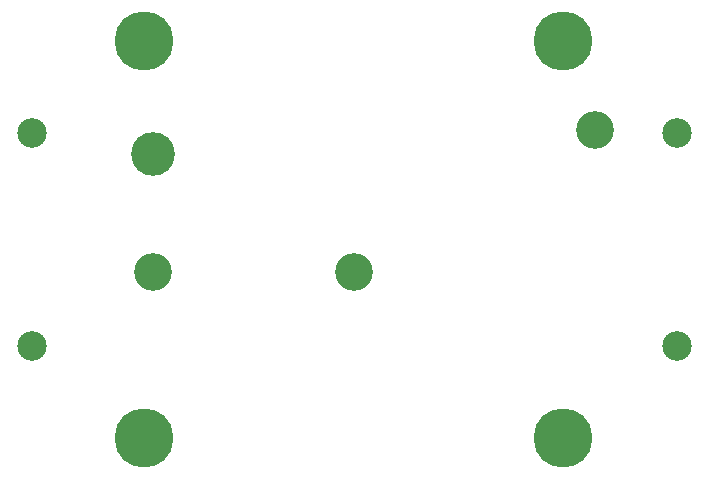
<source format=gbr>
%TF.GenerationSoftware,KiCad,Pcbnew,(6.0.1)*%
%TF.CreationDate,2022-10-29T04:51:09-07:00*%
%TF.ProjectId,DuDadPanel,44754461-6450-4616-9e65-6c2e6b696361,1.2*%
%TF.SameCoordinates,Original*%
%TF.FileFunction,Soldermask,Top*%
%TF.FilePolarity,Negative*%
%FSLAX46Y46*%
G04 Gerber Fmt 4.6, Leading zero omitted, Abs format (unit mm)*
G04 Created by KiCad (PCBNEW (6.0.1)) date 2022-10-29 04:51:09*
%MOMM*%
%LPD*%
G01*
G04 APERTURE LIST*
%ADD10C,5.000000*%
%ADD11C,3.200000*%
%ADD12C,2.500000*%
%ADD13C,3.700000*%
G04 APERTURE END LIST*
D10*
%TO.C,H1*%
X62500000Y-45175000D03*
%TD*%
%TO.C,H2*%
X98000000Y-45175000D03*
%TD*%
%TO.C,H3*%
X98000000Y-78825000D03*
%TD*%
%TO.C,H4*%
X62500000Y-78825000D03*
%TD*%
D11*
%TO.C,H14*%
X80270000Y-64750000D03*
%TD*%
%TO.C,H15*%
X100730000Y-52750000D03*
%TD*%
D12*
%TO.C,H17*%
X53000000Y-53000000D03*
%TD*%
%TO.C,H18*%
X107600000Y-53000000D03*
%TD*%
%TO.C,H19*%
X107600000Y-71000000D03*
%TD*%
%TO.C,H20*%
X53000000Y-71000000D03*
%TD*%
D13*
%TO.C,H26*%
X63250000Y-54750000D03*
%TD*%
D11*
%TO.C,H16*%
X63250000Y-64750000D03*
%TD*%
M02*

</source>
